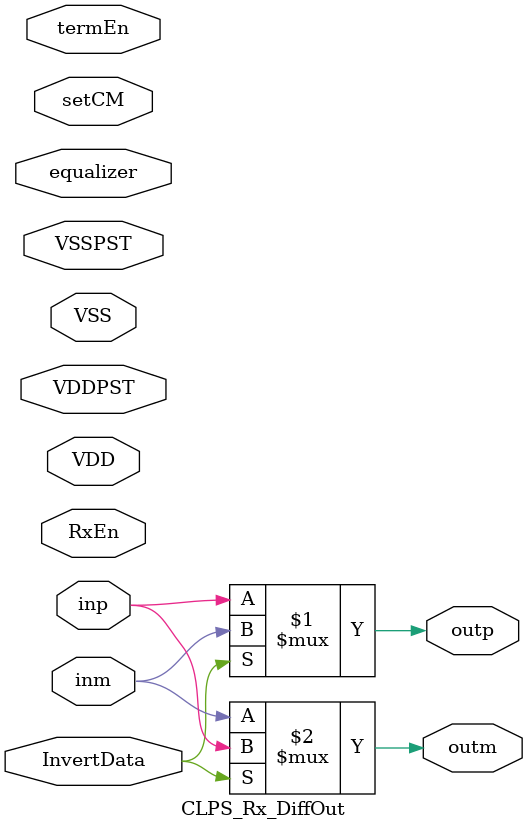
<source format=v>
module CLPS_Tx (
	input DataIn,
	input TxEn,
	input ClkBitRate,
	input boost,
	input InvertData,
	input[2:0] DrvStrength,
	input[1:0] PEmode,
	input[2:0] PEstrength,
	input[2:0] PEwidth,
	output outp,
	output outm,
	inout VDD,
	inout VSS,
	inout VDDPST,
	inout VSSPST);

	assign outp = (InvertData) ? (~DataIn):DataIn;
	assign outm = (InvertData) ? DataIn:(~DataIn);

endmodule

module CLPS_Rx (
	input inp,
	input inm,
	input RxEn,
	input setCM,
	input termEn,
	input InvertData,
	input[1:0] equalizer,
	output out,
	inout VDD,
	inout VSS,
	inout VDDPST,
	inout VSSPST);

	assign out = (InvertData) ? inm:inp;

endmodule


module CLPS_Rx_DiffOut (
	input inp,
	input inm,
	input RxEn,
	input setCM,
	input termEn,
	input InvertData,
	input[1:0] equalizer,
	output outp,
	output outm,
	inout VDD,
	inout VSS,
	inout VDDPST,
	inout VSSPST);

	assign outp = (InvertData) ? inm:inp;
	assign outm = (InvertData) ? inp:inm;

endmodule



</source>
